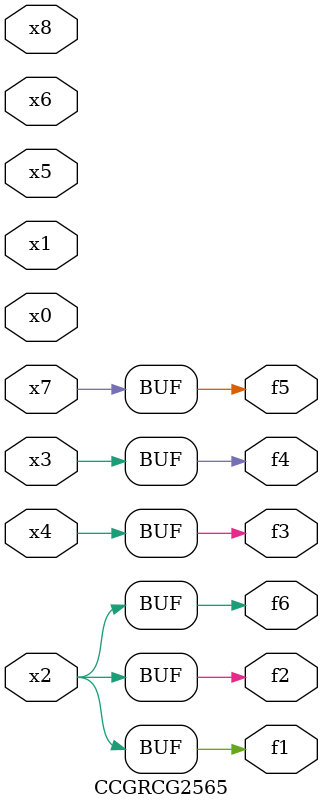
<source format=v>
module CCGRCG2565(
	input x0, x1, x2, x3, x4, x5, x6, x7, x8,
	output f1, f2, f3, f4, f5, f6
);
	assign f1 = x2;
	assign f2 = x2;
	assign f3 = x4;
	assign f4 = x3;
	assign f5 = x7;
	assign f6 = x2;
endmodule

</source>
